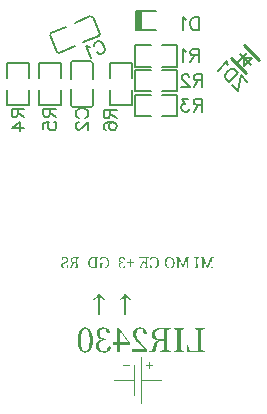
<source format=gbo>
G04 Layer: BottomSilkscreenLayer*
G04 EasyEDA v6.5.42, 2024-03-03 20:16:13*
G04 2dd346860b7e4ad097e02c02aa15ffe7,ed70181f279245e6aff80281ee7dc86a,10*
G04 Gerber Generator version 0.2*
G04 Scale: 100 percent, Rotated: No, Reflected: No *
G04 Dimensions in millimeters *
G04 leading zeros omitted , absolute positions ,4 integer and 5 decimal *
%FSLAX45Y45*%
%MOMM*%

%ADD10C,0.1524*%
%ADD11C,0.2540*%
%ADD12C,0.2000*%

%LPD*%
G36*
X3628593Y2880309D02*
G01*
X3625900Y2879648D01*
X3624376Y2876854D01*
X3624427Y2482342D01*
X3626104Y2480310D01*
X3630117Y2480310D01*
X3632454Y2481783D01*
X3632809Y2676144D01*
X3634740Y2677363D01*
X3792931Y2677414D01*
X3795115Y2678785D01*
X3795115Y2683560D01*
X3793236Y2685389D01*
X3632809Y2685796D01*
X3632809Y2875889D01*
X3631387Y2879699D01*
G37*
G36*
X3692804Y2841345D02*
G01*
X3690518Y2840634D01*
X3688587Y2838297D01*
X3688587Y2814218D01*
X3665575Y2813761D01*
X3663391Y2810764D01*
X3663391Y2807563D01*
X3665220Y2805734D01*
X3686200Y2805734D01*
X3688587Y2803347D01*
X3688587Y2782366D01*
X3690467Y2780538D01*
X3694328Y2780538D01*
X3696665Y2782011D01*
X3697122Y2804566D01*
X3698951Y2805684D01*
X3721862Y2805734D01*
X3724046Y2807106D01*
X3724046Y2811881D01*
X3722166Y2813761D01*
X3697020Y2814218D01*
X3697020Y2836926D01*
X3695598Y2840736D01*
G37*
G36*
X3523132Y2814066D02*
G01*
X3470656Y2813761D01*
X3468471Y2810764D01*
X3468471Y2807563D01*
X3470300Y2805734D01*
X3524656Y2805734D01*
X3526536Y2806954D01*
X3526790Y2809900D01*
X3526586Y2812643D01*
G37*
G36*
X3562096Y2813913D02*
G01*
X3559810Y2813151D01*
X3557930Y2810764D01*
X3557930Y2685796D01*
X3397300Y2685389D01*
X3395116Y2682443D01*
X3395116Y2679242D01*
X3396945Y2677363D01*
X3555492Y2677363D01*
X3557930Y2674975D01*
X3557930Y2548585D01*
X3559759Y2546756D01*
X3563620Y2546756D01*
X3565956Y2548229D01*
X3566363Y2807614D01*
X3565448Y2812694D01*
G37*
G36*
X3610356Y3130042D02*
G01*
X3603244Y3129788D01*
X3596589Y3129026D01*
X3590442Y3127756D01*
X3584803Y3126028D01*
X3579672Y3123895D01*
X3574948Y3121304D01*
X3570782Y3118256D01*
X3567023Y3114852D01*
X3563721Y3111093D01*
X3560927Y3106928D01*
X3558540Y3102457D01*
X3556609Y3097682D01*
X3555085Y3092602D01*
X3554069Y3087217D01*
X3553409Y3081578D01*
X3553206Y3075686D01*
X3553307Y3071774D01*
X3554323Y3064154D01*
X3555187Y3060395D01*
X3557828Y3052826D01*
X3561689Y3045053D01*
X3566820Y3036824D01*
X3573272Y3027984D01*
X3581247Y3018282D01*
X3590747Y3007512D01*
X3601821Y2995472D01*
X3650742Y2944622D01*
X3544570Y2944622D01*
X3544570Y2921000D01*
X3670300Y2921000D01*
X3670300Y2940050D01*
X3634486Y2980537D01*
X3618636Y2998876D01*
X3608882Y3010712D01*
X3600602Y3021736D01*
X3593744Y3032048D01*
X3590848Y3037027D01*
X3588308Y3041904D01*
X3586124Y3046679D01*
X3582771Y3056026D01*
X3581603Y3060649D01*
X3580790Y3065221D01*
X3580282Y3069793D01*
X3580129Y3074416D01*
X3580434Y3080766D01*
X3581298Y3086760D01*
X3582771Y3092297D01*
X3584752Y3097377D01*
X3587242Y3102000D01*
X3590239Y3106064D01*
X3593693Y3109620D01*
X3597605Y3112566D01*
X3601974Y3114954D01*
X3606749Y3116681D01*
X3611930Y3117748D01*
X3617468Y3118104D01*
X3625037Y3117545D01*
X3633978Y3116072D01*
X3640074Y3093720D01*
X3643223Y3084728D01*
X3647033Y3078734D01*
X3651554Y3075432D01*
X3656837Y3074416D01*
X3661511Y3075076D01*
X3665677Y3076905D01*
X3669131Y3079902D01*
X3671824Y3083814D01*
X3670757Y3089402D01*
X3669182Y3094634D01*
X3667150Y3099511D01*
X3664661Y3103981D01*
X3661816Y3108147D01*
X3658514Y3111957D01*
X3654856Y3115360D01*
X3650894Y3118459D01*
X3646627Y3121152D01*
X3642055Y3123539D01*
X3637229Y3125520D01*
X3632200Y3127146D01*
X3626967Y3128416D01*
X3621582Y3129330D01*
X3616045Y3129838D01*
G37*
G36*
X3302508Y3130042D02*
G01*
X3296005Y3129788D01*
X3289808Y3129127D01*
X3283965Y3128010D01*
X3278479Y3126435D01*
X3273298Y3124454D01*
X3268573Y3122117D01*
X3264204Y3119374D01*
X3260191Y3116275D01*
X3256686Y3112820D01*
X3253536Y3109010D01*
X3250844Y3104896D01*
X3248660Y3100476D01*
X3246882Y3095752D01*
X3245612Y3090773D01*
X3244850Y3085490D01*
X3244596Y3080004D01*
X3244900Y3074263D01*
X3245866Y3068726D01*
X3247390Y3063443D01*
X3249574Y3058363D01*
X3252368Y3053588D01*
X3255721Y3049066D01*
X3259632Y3044901D01*
X3264153Y3041040D01*
X3269234Y3037484D01*
X3274872Y3034334D01*
X3281070Y3031591D01*
X3287776Y3029204D01*
X3279648Y3027324D01*
X3272282Y3024886D01*
X3265627Y3021939D01*
X3259734Y3018434D01*
X3254552Y3014472D01*
X3250133Y3010052D01*
X3246374Y3005175D01*
X3243326Y2999892D01*
X3240989Y2994253D01*
X3239312Y2988208D01*
X3238296Y2981807D01*
X3237992Y2975102D01*
X3238296Y2968904D01*
X3239262Y2963011D01*
X3240836Y2957322D01*
X3242970Y2951886D01*
X3245662Y2946806D01*
X3248914Y2942031D01*
X3252673Y2937611D01*
X3256940Y2933598D01*
X3261715Y2929940D01*
X3266897Y2926689D01*
X3272536Y2923844D01*
X3278581Y2921508D01*
X3285032Y2919679D01*
X3291890Y2918307D01*
X3299053Y2917494D01*
X3306572Y2917190D01*
X3314039Y2917444D01*
X3321100Y2918256D01*
X3327806Y2919628D01*
X3334105Y2921558D01*
X3339896Y2924098D01*
X3345230Y2927248D01*
X3350056Y2931007D01*
X3354324Y2935427D01*
X3357981Y2940456D01*
X3361080Y2946146D01*
X3363518Y2952546D01*
X3365246Y2959608D01*
X3362451Y2963926D01*
X3358997Y2966923D01*
X3355035Y2968701D01*
X3350514Y2969260D01*
X3344316Y2968091D01*
X3339846Y2964484D01*
X3336493Y2958236D01*
X3328670Y2931160D01*
X3324148Y2930042D01*
X3319729Y2929331D01*
X3311144Y2928874D01*
X3304032Y2929280D01*
X3297478Y2930448D01*
X3291484Y2932328D01*
X3286048Y2934919D01*
X3281222Y2938119D01*
X3276955Y2941980D01*
X3273348Y2946400D01*
X3270351Y2951378D01*
X3268014Y2956864D01*
X3266287Y2962757D01*
X3265271Y2969107D01*
X3264915Y2975864D01*
X3265271Y2982772D01*
X3266236Y2989173D01*
X3267913Y2995066D01*
X3270250Y3000502D01*
X3273196Y3005328D01*
X3276854Y3009646D01*
X3281172Y3013354D01*
X3286099Y3016453D01*
X3291687Y3018891D01*
X3297936Y3020618D01*
X3304844Y3021736D01*
X3312414Y3022092D01*
X3326892Y3022092D01*
X3326892Y3035808D01*
X3314954Y3035808D01*
X3308299Y3036112D01*
X3302101Y3037078D01*
X3296412Y3038652D01*
X3291179Y3040837D01*
X3286455Y3043580D01*
X3282340Y3046933D01*
X3278733Y3050844D01*
X3275736Y3055315D01*
X3273399Y3060344D01*
X3271672Y3065881D01*
X3270605Y3071926D01*
X3270250Y3078480D01*
X3270554Y3084576D01*
X3271418Y3090214D01*
X3272790Y3095396D01*
X3274771Y3100019D01*
X3277260Y3104184D01*
X3280257Y3107842D01*
X3283762Y3110941D01*
X3287725Y3113481D01*
X3292195Y3115462D01*
X3297174Y3116935D01*
X3302508Y3117799D01*
X3308350Y3118104D01*
X3315157Y3117697D01*
X3323082Y3116326D01*
X3328162Y3098546D01*
X3330854Y3090265D01*
X3334308Y3084525D01*
X3339033Y3081121D01*
X3345434Y3080004D01*
X3349955Y3080562D01*
X3353866Y3082391D01*
X3357168Y3085693D01*
X3359658Y3090672D01*
X3357879Y3096971D01*
X3355441Y3102762D01*
X3352342Y3107944D01*
X3348634Y3112617D01*
X3344367Y3116732D01*
X3339541Y3120288D01*
X3334308Y3123234D01*
X3328619Y3125724D01*
X3322523Y3127603D01*
X3316122Y3128975D01*
X3309467Y3129788D01*
G37*
G36*
X3148076Y3130042D02*
G01*
X3144062Y3129889D01*
X3140100Y3129432D01*
X3136138Y3128670D01*
X3132277Y3127603D01*
X3128416Y3126181D01*
X3124657Y3124403D01*
X3120948Y3122269D01*
X3117392Y3119831D01*
X3113938Y3116986D01*
X3110585Y3113786D01*
X3107385Y3110230D01*
X3104337Y3106216D01*
X3101441Y3101848D01*
X3098749Y3097072D01*
X3096209Y3091891D01*
X3093923Y3086252D01*
X3091840Y3080156D01*
X3090011Y3073654D01*
X3088386Y3066745D01*
X3087065Y3059328D01*
X3085998Y3051403D01*
X3085236Y3043072D01*
X3084728Y3034233D01*
X3084576Y3024886D01*
X3111754Y3024886D01*
X3112262Y3045358D01*
X3112871Y3054451D01*
X3113735Y3062833D01*
X3114802Y3070453D01*
X3116072Y3077413D01*
X3117545Y3083661D01*
X3119221Y3089351D01*
X3120999Y3094380D01*
X3122980Y3098850D01*
X3125063Y3102762D01*
X3127298Y3106166D01*
X3129635Y3109061D01*
X3132074Y3111500D01*
X3134563Y3113481D01*
X3137154Y3115005D01*
X3139846Y3116173D01*
X3142538Y3116986D01*
X3145282Y3117443D01*
X3148076Y3117596D01*
X3150971Y3117443D01*
X3153867Y3116986D01*
X3156712Y3116173D01*
X3159506Y3115005D01*
X3162198Y3113481D01*
X3164840Y3111500D01*
X3167329Y3109061D01*
X3169767Y3106166D01*
X3172053Y3102762D01*
X3174187Y3098850D01*
X3176219Y3094380D01*
X3178048Y3089351D01*
X3179724Y3083661D01*
X3181248Y3077413D01*
X3182569Y3070453D01*
X3183636Y3062833D01*
X3184499Y3054451D01*
X3185160Y3045358D01*
X3185668Y3024886D01*
X3185160Y3003702D01*
X3184499Y2994253D01*
X3183636Y2985617D01*
X3182569Y2977743D01*
X3181248Y2970530D01*
X3179724Y2964027D01*
X3178048Y2958185D01*
X3176219Y2952953D01*
X3174187Y2948330D01*
X3172053Y2944266D01*
X3169767Y2940710D01*
X3167329Y2937713D01*
X3164840Y2935224D01*
X3162198Y2933141D01*
X3159506Y2931566D01*
X3156712Y2930347D01*
X3153867Y2929483D01*
X3150971Y2929026D01*
X3148076Y2928874D01*
X3145282Y2929026D01*
X3142538Y2929534D01*
X3139846Y2930347D01*
X3137154Y2931566D01*
X3134563Y2933192D01*
X3132074Y2935274D01*
X3129635Y2937764D01*
X3127298Y2940812D01*
X3125063Y2944317D01*
X3122980Y2948381D01*
X3120999Y2953054D01*
X3119221Y2958287D01*
X3117545Y2964129D01*
X3116072Y2970631D01*
X3114802Y2977845D01*
X3113735Y2985719D01*
X3112871Y2994355D01*
X3112262Y3003753D01*
X3111754Y3024886D01*
X3084576Y3024886D01*
X3084728Y3015284D01*
X3085236Y3006191D01*
X3085998Y2997555D01*
X3087065Y2989478D01*
X3088386Y2981858D01*
X3090011Y2974746D01*
X3091840Y2968040D01*
X3093923Y2961843D01*
X3096209Y2956102D01*
X3098749Y2950768D01*
X3101441Y2945892D01*
X3104337Y2941421D01*
X3107385Y2937357D01*
X3110585Y2933700D01*
X3113938Y2930448D01*
X3117392Y2927553D01*
X3120948Y2925064D01*
X3124657Y2922930D01*
X3128416Y2921101D01*
X3132277Y2919679D01*
X3136138Y2918561D01*
X3140100Y2917799D01*
X3144062Y2917342D01*
X3148076Y2917190D01*
X3152190Y2917342D01*
X3156305Y2917799D01*
X3160318Y2918561D01*
X3164332Y2919679D01*
X3168243Y2921101D01*
X3172104Y2922930D01*
X3175812Y2925064D01*
X3179470Y2927553D01*
X3182975Y2930448D01*
X3186379Y2933700D01*
X3189630Y2937357D01*
X3192729Y2941421D01*
X3195624Y2945892D01*
X3198368Y2950768D01*
X3200908Y2956102D01*
X3203194Y2961843D01*
X3205276Y2968040D01*
X3207156Y2974746D01*
X3208782Y2981858D01*
X3210102Y2989478D01*
X3211169Y2997555D01*
X3211931Y3006191D01*
X3212439Y3015284D01*
X3212592Y3024886D01*
X3212439Y3034233D01*
X3211931Y3043072D01*
X3211169Y3051403D01*
X3210102Y3059328D01*
X3208782Y3066745D01*
X3207156Y3073654D01*
X3205276Y3080156D01*
X3203194Y3086252D01*
X3200908Y3091891D01*
X3198368Y3097072D01*
X3195624Y3101848D01*
X3192729Y3106216D01*
X3189630Y3110230D01*
X3186379Y3113786D01*
X3182975Y3116986D01*
X3179470Y3119831D01*
X3175812Y3122269D01*
X3172104Y3124403D01*
X3168243Y3126181D01*
X3164332Y3127603D01*
X3160318Y3128670D01*
X3156305Y3129432D01*
X3152190Y3129889D01*
G37*
G36*
X3416046Y3128772D02*
G01*
X3416046Y3100070D01*
X3440684Y3100070D01*
X3508248Y3002534D01*
X3440684Y3002534D01*
X3440684Y3100070D01*
X3416046Y3100070D01*
X3416046Y3002534D01*
X3383787Y3002534D01*
X3383787Y2984754D01*
X3416046Y2984754D01*
X3416046Y2921000D01*
X3440684Y2921000D01*
X3440684Y2984754D01*
X3523742Y2984754D01*
X3523742Y2999486D01*
X3433064Y3128772D01*
G37*
G36*
X4074414Y3125724D02*
G01*
X4074414Y3115056D01*
X4103115Y3112008D01*
X4103573Y3064916D01*
X4103573Y2973781D01*
X4103115Y2934208D01*
X4032758Y2934208D01*
X4022598Y2978658D01*
X4006850Y2978658D01*
X4008882Y2921000D01*
X4160774Y2921000D01*
X4160774Y2931668D01*
X4132072Y2934716D01*
X4131665Y2968498D01*
X4131564Y3058109D01*
X4132072Y3112008D01*
X4160774Y3115056D01*
X4160774Y3125724D01*
G37*
G36*
X3898646Y3125724D02*
G01*
X3898646Y3115056D01*
X3927094Y3112008D01*
X3927500Y3078530D01*
X3927601Y2988818D01*
X3927094Y2934970D01*
X3898646Y2931668D01*
X3898646Y2921000D01*
X3984751Y2921000D01*
X3984751Y2931668D01*
X3956304Y2934716D01*
X3955694Y2968193D01*
X3955542Y3051251D01*
X3955745Y3085185D01*
X3956304Y3112008D01*
X3984751Y3115056D01*
X3984751Y3125724D01*
G37*
G36*
X3785362Y3125724D02*
G01*
X3776929Y3125470D01*
X3768902Y3124809D01*
X3761384Y3123692D01*
X3754374Y3122117D01*
X3747770Y3120085D01*
X3741724Y3117697D01*
X3736187Y3114852D01*
X3731209Y3111601D01*
X3726738Y3107944D01*
X3722827Y3103930D01*
X3719474Y3099511D01*
X3716731Y3094736D01*
X3714546Y3089605D01*
X3712972Y3084118D01*
X3712006Y3078276D01*
X3711714Y3072384D01*
X3740404Y3072384D01*
X3740708Y3078734D01*
X3741623Y3084626D01*
X3743198Y3090011D01*
X3745433Y3094837D01*
X3748278Y3099206D01*
X3751783Y3102965D01*
X3755948Y3106216D01*
X3760774Y3108909D01*
X3766312Y3111042D01*
X3772560Y3112566D01*
X3779520Y3113481D01*
X3787140Y3113786D01*
X3813556Y3113786D01*
X3814114Y3086557D01*
X3814318Y3028188D01*
X3789426Y3028188D01*
X3781602Y3028594D01*
X3774440Y3029712D01*
X3767937Y3031540D01*
X3762146Y3033979D01*
X3757066Y3037078D01*
X3752646Y3040786D01*
X3748887Y3044952D01*
X3745839Y3049625D01*
X3743451Y3054756D01*
X3741775Y3060293D01*
X3740759Y3066186D01*
X3740404Y3072384D01*
X3711714Y3072384D01*
X3712057Y3066237D01*
X3713175Y3060446D01*
X3715004Y3054858D01*
X3717544Y3049524D01*
X3720846Y3044444D01*
X3724859Y3039668D01*
X3729583Y3035300D01*
X3735070Y3031337D01*
X3741267Y3027832D01*
X3748227Y3024835D01*
X3755898Y3022396D01*
X3764279Y3020568D01*
X3757422Y3018637D01*
X3751376Y3015996D01*
X3746042Y3012592D01*
X3741318Y3008426D01*
X3737203Y3003296D01*
X3733596Y2997250D01*
X3730447Y2990138D01*
X3727704Y2981960D01*
X3713479Y2933954D01*
X3689604Y2931668D01*
X3689604Y2921000D01*
X3694379Y2919679D01*
X3699814Y2918714D01*
X3705961Y2918155D01*
X3712718Y2917952D01*
X3719372Y2918206D01*
X3725113Y2919018D01*
X3730040Y2920390D01*
X3734104Y2922371D01*
X3737457Y2925064D01*
X3740150Y2928467D01*
X3742232Y2932582D01*
X3743706Y2937510D01*
X3756406Y2986024D01*
X3758895Y2994456D01*
X3761892Y3001264D01*
X3765550Y3006598D01*
X3770020Y3010611D01*
X3775303Y3013405D01*
X3781704Y3015234D01*
X3789222Y3016199D01*
X3798062Y3016504D01*
X3814318Y3016504D01*
X3814216Y2974898D01*
X3813556Y2934970D01*
X3785108Y2931668D01*
X3785108Y2921000D01*
X3871214Y2921000D01*
X3871214Y2931668D01*
X3842765Y2934716D01*
X3842308Y2974949D01*
X3842308Y3064865D01*
X3842765Y3112008D01*
X3871214Y3115056D01*
X3871214Y3125724D01*
G37*
G36*
X3862832Y3727450D02*
G01*
X3857447Y3727094D01*
X3852214Y3726027D01*
X3847084Y3724249D01*
X3842258Y3721811D01*
X3837686Y3718712D01*
X3833520Y3714902D01*
X3829812Y3710482D01*
X3826611Y3705402D01*
X3824020Y3699713D01*
X3822039Y3693363D01*
X3820820Y3686454D01*
X3820414Y3678936D01*
X3834892Y3678936D01*
X3835298Y3687013D01*
X3836568Y3694785D01*
X3838651Y3701948D01*
X3841597Y3708349D01*
X3845509Y3713683D01*
X3850335Y3717798D01*
X3856075Y3720439D01*
X3862832Y3721354D01*
X3867454Y3720947D01*
X3871620Y3719728D01*
X3875379Y3717798D01*
X3878732Y3715207D01*
X3881628Y3712057D01*
X3884168Y3708349D01*
X3886301Y3704183D01*
X3888028Y3699662D01*
X3889349Y3694785D01*
X3890264Y3689654D01*
X3890822Y3684371D01*
X3891026Y3678936D01*
X3890822Y3673449D01*
X3890264Y3668115D01*
X3889349Y3662934D01*
X3888028Y3658057D01*
X3886301Y3653485D01*
X3884168Y3649319D01*
X3881628Y3645611D01*
X3878732Y3642410D01*
X3875379Y3639820D01*
X3871620Y3637889D01*
X3867454Y3636670D01*
X3862832Y3636264D01*
X3858209Y3636670D01*
X3854043Y3637889D01*
X3850335Y3639820D01*
X3847033Y3642410D01*
X3844086Y3645611D01*
X3841597Y3649319D01*
X3839514Y3653485D01*
X3837838Y3658057D01*
X3836568Y3662934D01*
X3835603Y3668115D01*
X3835095Y3673449D01*
X3834892Y3678936D01*
X3820414Y3678936D01*
X3820820Y3671519D01*
X3822039Y3664661D01*
X3823970Y3658362D01*
X3826560Y3652621D01*
X3829710Y3647541D01*
X3833418Y3643020D01*
X3837584Y3639159D01*
X3842105Y3635959D01*
X3846982Y3633470D01*
X3852113Y3631641D01*
X3857396Y3630523D01*
X3862832Y3630168D01*
X3868267Y3630523D01*
X3873550Y3631590D01*
X3878681Y3633317D01*
X3883558Y3635756D01*
X3888079Y3638854D01*
X3892245Y3642664D01*
X3895953Y3647084D01*
X3899103Y3652164D01*
X3901694Y3657904D01*
X3903624Y3664305D01*
X3904843Y3671315D01*
X3905250Y3678936D01*
X3904843Y3686251D01*
X3903624Y3693007D01*
X3901694Y3699256D01*
X3899103Y3704945D01*
X3895953Y3710025D01*
X3892245Y3714546D01*
X3888079Y3718407D01*
X3883558Y3721608D01*
X3878681Y3724097D01*
X3873550Y3725976D01*
X3868267Y3727094D01*
G37*
G36*
X3727450Y3727450D02*
G01*
X3721150Y3727145D01*
X3714496Y3726027D01*
X3707637Y3723894D01*
X3700779Y3720592D01*
X3700526Y3700272D01*
X3708146Y3700272D01*
X3711701Y3717798D01*
X3715258Y3719423D01*
X3718814Y3720541D01*
X3722370Y3721150D01*
X3725926Y3721354D01*
X3730599Y3721049D01*
X3735070Y3720134D01*
X3739337Y3718610D01*
X3743299Y3716528D01*
X3746906Y3713784D01*
X3750208Y3710533D01*
X3753104Y3706672D01*
X3755542Y3702253D01*
X3757523Y3697224D01*
X3758996Y3691686D01*
X3759911Y3685590D01*
X3760215Y3678936D01*
X3759911Y3672230D01*
X3759098Y3666083D01*
X3757726Y3660495D01*
X3755847Y3655466D01*
X3753510Y3650996D01*
X3750767Y3647135D01*
X3747566Y3643833D01*
X3744010Y3641140D01*
X3740048Y3639007D01*
X3735832Y3637483D01*
X3731260Y3636568D01*
X3726434Y3636264D01*
X3722420Y3636467D01*
X3718407Y3637076D01*
X3714445Y3638194D01*
X3710432Y3639820D01*
X3706876Y3657346D01*
X3699256Y3657346D01*
X3699510Y3636772D01*
X3706114Y3633825D01*
X3713022Y3631742D01*
X3720134Y3630574D01*
X3727450Y3630168D01*
X3734257Y3630574D01*
X3740658Y3631793D01*
X3746601Y3633724D01*
X3752138Y3636365D01*
X3757117Y3639718D01*
X3761536Y3643680D01*
X3765397Y3648252D01*
X3768648Y3653434D01*
X3771239Y3659124D01*
X3773119Y3665270D01*
X3774287Y3671874D01*
X3774694Y3678936D01*
X3774287Y3685794D01*
X3773068Y3692296D01*
X3771137Y3698392D01*
X3768496Y3704031D01*
X3765194Y3709162D01*
X3761282Y3713784D01*
X3756761Y3717747D01*
X3751783Y3721150D01*
X3746296Y3723843D01*
X3740404Y3725824D01*
X3734104Y3727043D01*
G37*
G36*
X3305556Y3727450D02*
G01*
X3297326Y3727043D01*
X3290062Y3725722D01*
X3283559Y3723589D01*
X3277615Y3720592D01*
X3277362Y3700018D01*
X3284982Y3700018D01*
X3288284Y3717290D01*
X3291941Y3719118D01*
X3295802Y3720388D01*
X3299764Y3721100D01*
X3304032Y3721354D01*
X3308908Y3721049D01*
X3313582Y3720084D01*
X3317900Y3718509D01*
X3321913Y3716324D01*
X3325571Y3713581D01*
X3328822Y3710228D01*
X3331667Y3706368D01*
X3334054Y3701897D01*
X3335985Y3696919D01*
X3337407Y3691432D01*
X3338271Y3685438D01*
X3338576Y3678936D01*
X3338322Y3672433D01*
X3337458Y3666439D01*
X3336137Y3660901D01*
X3334308Y3655923D01*
X3331972Y3651453D01*
X3329178Y3647490D01*
X3325926Y3644137D01*
X3322269Y3641344D01*
X3318205Y3639159D01*
X3313785Y3637534D01*
X3308959Y3636568D01*
X3303778Y3636264D01*
X3299714Y3636467D01*
X3295802Y3636975D01*
X3288029Y3639058D01*
X3288284Y3670554D01*
X3303015Y3671570D01*
X3303015Y3676396D01*
X3266948Y3676396D01*
X3266948Y3671570D01*
X3275329Y3671062D01*
X3275584Y3638296D01*
X3282797Y3634892D01*
X3290112Y3632352D01*
X3297732Y3630726D01*
X3305810Y3630168D01*
X3312617Y3630574D01*
X3318967Y3631793D01*
X3324961Y3633774D01*
X3330397Y3636467D01*
X3335375Y3639870D01*
X3339795Y3643884D01*
X3343605Y3648506D01*
X3346805Y3653637D01*
X3349396Y3659327D01*
X3351276Y3665423D01*
X3352393Y3671976D01*
X3352800Y3678936D01*
X3352393Y3685794D01*
X3351225Y3692296D01*
X3349345Y3698392D01*
X3346754Y3704031D01*
X3343503Y3709162D01*
X3339642Y3713784D01*
X3335223Y3717747D01*
X3330244Y3721150D01*
X3324707Y3723843D01*
X3318764Y3725824D01*
X3312363Y3727043D01*
G37*
G36*
X2973070Y3727450D02*
G01*
X2966415Y3726942D01*
X2960420Y3725468D01*
X2955036Y3723182D01*
X2950210Y3720084D01*
X2950972Y3701796D01*
X2958338Y3701796D01*
X2961894Y3718560D01*
X2964535Y3719829D01*
X2967177Y3720744D01*
X2970022Y3721201D01*
X2973070Y3721354D01*
X2980842Y3720337D01*
X2987040Y3717239D01*
X2991154Y3712159D01*
X2992628Y3705098D01*
X2991561Y3699052D01*
X2988462Y3694176D01*
X2983534Y3690213D01*
X2976880Y3687064D01*
X2964891Y3681984D01*
X2959506Y3679088D01*
X2955086Y3676040D01*
X2951632Y3672789D01*
X2949041Y3669233D01*
X2947263Y3665423D01*
X2946247Y3661206D01*
X2945892Y3656584D01*
X2946501Y3650691D01*
X2948279Y3645509D01*
X2951175Y3640988D01*
X2955036Y3637178D01*
X2959811Y3634181D01*
X2965399Y3631996D01*
X2971698Y3630625D01*
X2978658Y3630168D01*
X2986379Y3630726D01*
X2993644Y3632352D01*
X3000146Y3634689D01*
X3005582Y3637534D01*
X3004820Y3657092D01*
X2997708Y3657092D01*
X2994152Y3639820D01*
X2990799Y3638194D01*
X2987344Y3637076D01*
X2983636Y3636467D01*
X2979420Y3636264D01*
X2970276Y3637381D01*
X2963316Y3640734D01*
X2958896Y3646119D01*
X2957322Y3653536D01*
X2958287Y3659581D01*
X2961436Y3664305D01*
X2966872Y3668318D01*
X2974848Y3672078D01*
X2985109Y3676396D01*
X2989783Y3678986D01*
X2993948Y3681831D01*
X2997403Y3684981D01*
X3000248Y3688537D01*
X3002330Y3692499D01*
X3003600Y3696919D01*
X3004058Y3701796D01*
X3003448Y3707587D01*
X3001670Y3712667D01*
X2998876Y3717036D01*
X2995117Y3720693D01*
X2990596Y3723640D01*
X2985312Y3725722D01*
X2979420Y3726992D01*
G37*
G36*
X3459734Y3727196D02*
G01*
X3453942Y3726789D01*
X3448761Y3725570D01*
X3444240Y3723589D01*
X3440429Y3720896D01*
X3437382Y3717594D01*
X3435146Y3713683D01*
X3433775Y3709263D01*
X3433318Y3704336D01*
X3434638Y3696919D01*
X3438448Y3690416D01*
X3444697Y3685082D01*
X3453129Y3681222D01*
X3447694Y3679901D01*
X3443071Y3677970D01*
X3439160Y3675583D01*
X3436010Y3672636D01*
X3433572Y3669284D01*
X3431895Y3665524D01*
X3430879Y3661359D01*
X3430524Y3656837D01*
X3431082Y3651351D01*
X3432759Y3646271D01*
X3435451Y3641801D01*
X3439058Y3637940D01*
X3443579Y3634740D01*
X3448862Y3632403D01*
X3454857Y3630929D01*
X3461512Y3630422D01*
X3466541Y3630676D01*
X3471214Y3631539D01*
X3475431Y3632962D01*
X3479139Y3635044D01*
X3482289Y3637686D01*
X3484930Y3641039D01*
X3486861Y3645052D01*
X3488182Y3649726D01*
X3486912Y3651707D01*
X3485337Y3653028D01*
X3483559Y3653790D01*
X3481578Y3654044D01*
X3478784Y3653536D01*
X3476701Y3651961D01*
X3475177Y3649218D01*
X3471672Y3636772D01*
X3467506Y3635959D01*
X3463544Y3635756D01*
X3454704Y3637330D01*
X3448202Y3641750D01*
X3444138Y3648506D01*
X3442715Y3657092D01*
X3443071Y3661714D01*
X3444036Y3665829D01*
X3445713Y3669436D01*
X3448100Y3672484D01*
X3451098Y3674922D01*
X3454806Y3676700D01*
X3459226Y3677818D01*
X3464306Y3678174D01*
X3470910Y3678174D01*
X3470910Y3684270D01*
X3465322Y3684270D01*
X3456889Y3685590D01*
X3450488Y3689400D01*
X3446424Y3695496D01*
X3445001Y3703828D01*
X3446170Y3711600D01*
X3449523Y3717239D01*
X3454958Y3720693D01*
X3462274Y3721862D01*
X3465525Y3721658D01*
X3469132Y3720846D01*
X3472637Y3709162D01*
X3474212Y3706469D01*
X3476345Y3704844D01*
X3479292Y3704336D01*
X3481273Y3704590D01*
X3483051Y3705402D01*
X3484524Y3706926D01*
X3485642Y3709162D01*
X3482289Y3717137D01*
X3476498Y3722725D01*
X3468776Y3726078D01*
G37*
G36*
X4124706Y3725164D02*
G01*
X4124706Y3720337D01*
X4137660Y3719068D01*
X4137914Y3666185D01*
X4137660Y3638296D01*
X4124706Y3637026D01*
X4124706Y3632200D01*
X4162551Y3632200D01*
X4162551Y3637026D01*
X4150614Y3638296D01*
X4150106Y3712210D01*
X4181601Y3632200D01*
X4187444Y3632200D01*
X4219956Y3711956D01*
X4219194Y3682746D01*
X4219194Y3638804D01*
X4207256Y3637026D01*
X4207256Y3632200D01*
X4238244Y3632200D01*
X4238244Y3637026D01*
X4225798Y3638804D01*
X4225544Y3718814D01*
X4238244Y3720337D01*
X4238244Y3725164D01*
X4212844Y3725164D01*
X4181601Y3647948D01*
X4151376Y3725164D01*
G37*
G36*
X4072890Y3725164D02*
G01*
X4072890Y3720337D01*
X4085844Y3719068D01*
X4086098Y3666185D01*
X4085844Y3638550D01*
X4072890Y3637026D01*
X4072890Y3632200D01*
X4112006Y3632200D01*
X4112006Y3637026D01*
X4099051Y3638296D01*
X4098798Y3691432D01*
X4099051Y3719068D01*
X4112006Y3720337D01*
X4112006Y3725164D01*
G37*
G36*
X3915156Y3725164D02*
G01*
X3915156Y3720337D01*
X3928110Y3719068D01*
X3928364Y3666185D01*
X3928110Y3638296D01*
X3915410Y3637026D01*
X3915410Y3632200D01*
X3953256Y3632200D01*
X3953256Y3637026D01*
X3941064Y3638296D01*
X3940810Y3665728D01*
X3940810Y3712210D01*
X3972051Y3632200D01*
X3978148Y3632200D01*
X4010660Y3711956D01*
X4009898Y3682746D01*
X4009898Y3638804D01*
X3997706Y3637026D01*
X3997706Y3632200D01*
X4028948Y3632200D01*
X4028948Y3637026D01*
X4016248Y3638804D01*
X4016248Y3718814D01*
X4028948Y3720337D01*
X4028948Y3725164D01*
X4003548Y3725164D01*
X3972051Y3647948D01*
X3942079Y3725164D01*
G37*
G36*
X3603498Y3725164D02*
G01*
X3603498Y3720337D01*
X3616706Y3718814D01*
X3640328Y3690112D01*
X3611626Y3638296D01*
X3600704Y3637026D01*
X3600704Y3632200D01*
X3636518Y3632200D01*
X3636518Y3637026D01*
X3624834Y3638296D01*
X3647948Y3681222D01*
X3661664Y3664458D01*
X3661410Y3638550D01*
X3648456Y3637026D01*
X3648456Y3632200D01*
X3687318Y3632200D01*
X3687318Y3637026D01*
X3674364Y3638296D01*
X3674110Y3691432D01*
X3674364Y3719068D01*
X3687318Y3720337D01*
X3687318Y3725164D01*
X3648201Y3725164D01*
X3648201Y3720337D01*
X3661410Y3719068D01*
X3661664Y3672586D01*
X3624326Y3718560D01*
X3635501Y3720337D01*
X3635501Y3725164D01*
G37*
G36*
X3219196Y3725164D02*
G01*
X3212592Y3724808D01*
X3206394Y3723792D01*
X3200654Y3722115D01*
X3195370Y3719779D01*
X3190646Y3716782D01*
X3186379Y3713175D01*
X3182721Y3708908D01*
X3179673Y3704031D01*
X3177235Y3698595D01*
X3175457Y3692550D01*
X3174339Y3685895D01*
X3173984Y3678682D01*
X3188462Y3678682D01*
X3188716Y3685133D01*
X3189427Y3691077D01*
X3190646Y3696462D01*
X3192322Y3701338D01*
X3194456Y3705606D01*
X3197047Y3709365D01*
X3200095Y3712514D01*
X3203549Y3715156D01*
X3207410Y3717188D01*
X3211728Y3718661D01*
X3216402Y3719525D01*
X3221482Y3719829D01*
X3233420Y3719829D01*
X3233674Y3661918D01*
X3233420Y3637787D01*
X3222498Y3637787D01*
X3217164Y3638092D01*
X3212287Y3639058D01*
X3207867Y3640582D01*
X3203854Y3642664D01*
X3200298Y3645357D01*
X3197199Y3648608D01*
X3194558Y3652367D01*
X3192373Y3656685D01*
X3190697Y3661460D01*
X3189427Y3666744D01*
X3188716Y3672484D01*
X3188462Y3678682D01*
X3173984Y3678682D01*
X3174390Y3671519D01*
X3175609Y3664915D01*
X3177540Y3658870D01*
X3180232Y3653434D01*
X3183534Y3648557D01*
X3187496Y3644290D01*
X3192018Y3640632D01*
X3197047Y3637635D01*
X3202584Y3635298D01*
X3208578Y3633571D01*
X3214979Y3632555D01*
X3221736Y3632200D01*
X3259582Y3632200D01*
X3259582Y3637026D01*
X3246628Y3638296D01*
X3246424Y3657041D01*
X3246628Y3719068D01*
X3259582Y3720337D01*
X3259582Y3725164D01*
G37*
G36*
X3057144Y3725164D02*
G01*
X3049625Y3724757D01*
X3043021Y3723538D01*
X3037281Y3721557D01*
X3032455Y3718763D01*
X3028645Y3715308D01*
X3025902Y3711143D01*
X3024174Y3706266D01*
X3023641Y3701034D01*
X3036570Y3701034D01*
X3037840Y3709009D01*
X3041700Y3714902D01*
X3048355Y3718560D01*
X3057906Y3719829D01*
X3069844Y3719829D01*
X3070098Y3680968D01*
X3058922Y3680968D01*
X3049117Y3682492D01*
X3042107Y3686708D01*
X3037941Y3693058D01*
X3036570Y3701034D01*
X3023641Y3701034D01*
X3023971Y3696817D01*
X3025089Y3693007D01*
X3026968Y3689451D01*
X3029559Y3686149D01*
X3032912Y3683203D01*
X3037027Y3680764D01*
X3041853Y3678783D01*
X3047492Y3677412D01*
X3041599Y3675329D01*
X3037027Y3671874D01*
X3033471Y3666845D01*
X3030728Y3659886D01*
X3024378Y3638042D01*
X3013456Y3637026D01*
X3013456Y3632200D01*
X3018231Y3631285D01*
X3024124Y3630929D01*
X3029712Y3631387D01*
X3033776Y3632911D01*
X3036468Y3635654D01*
X3038094Y3639820D01*
X3043936Y3661664D01*
X3046425Y3668674D01*
X3050082Y3672941D01*
X3055366Y3675075D01*
X3062732Y3675634D01*
X3070098Y3675634D01*
X3069844Y3638550D01*
X3056890Y3637026D01*
X3056890Y3632200D01*
X3096006Y3632200D01*
X3096006Y3637026D01*
X3083052Y3638296D01*
X3082798Y3691432D01*
X3083052Y3719068D01*
X3096006Y3720337D01*
X3096006Y3725164D01*
G37*
G36*
X3527551Y3712464D02*
G01*
X3527551Y3681476D01*
X3498342Y3681476D01*
X3498342Y3674872D01*
X3527551Y3674872D01*
X3527551Y3643122D01*
X3534664Y3643122D01*
X3534664Y3674872D01*
X3563874Y3674872D01*
X3563874Y3681476D01*
X3534664Y3681476D01*
X3534664Y3712464D01*
G37*
G36*
X3486861Y3422904D02*
G01*
X3480663Y3413760D01*
X3473551Y3404514D01*
X3465779Y3395370D01*
X3457448Y3386531D01*
X3448761Y3378301D01*
X3439871Y3370834D01*
X3446475Y3359912D01*
X3456178Y3367786D01*
X3465474Y3376523D01*
X3473805Y3385464D01*
X3480765Y3393948D01*
X3480765Y3234944D01*
X3493211Y3234944D01*
X3493211Y3393948D01*
X3500221Y3385464D01*
X3508552Y3376523D01*
X3517849Y3367786D01*
X3527501Y3359912D01*
X3534105Y3370834D01*
X3525265Y3378301D01*
X3516579Y3386531D01*
X3508197Y3395370D01*
X3500374Y3404514D01*
X3493211Y3413760D01*
G37*
G36*
X3265678Y3422904D02*
G01*
X3259378Y3413760D01*
X3252165Y3404514D01*
X3244342Y3395370D01*
X3236010Y3386531D01*
X3227273Y3378301D01*
X3218434Y3370834D01*
X3225038Y3359912D01*
X3234740Y3367786D01*
X3243986Y3376523D01*
X3252368Y3385464D01*
X3259328Y3393948D01*
X3259328Y3234944D01*
X3271774Y3234944D01*
X3271774Y3393948D01*
X3278733Y3385464D01*
X3287115Y3376523D01*
X3296361Y3367786D01*
X3306064Y3359912D01*
X3312668Y3370834D01*
X3303828Y3378301D01*
X3295142Y3386531D01*
X3286810Y3395370D01*
X3278987Y3404514D01*
X3271875Y3413760D01*
G37*
D10*
X3092246Y4906924D02*
G01*
X3081832Y4912258D01*
X3071418Y4922672D01*
X3066338Y4932832D01*
X3066338Y4953660D01*
X3071418Y4964074D01*
X3081832Y4974488D01*
X3092246Y4979822D01*
X3107994Y4984902D01*
X3133902Y4984902D01*
X3149396Y4979822D01*
X3159810Y4974488D01*
X3170224Y4964074D01*
X3175304Y4953660D01*
X3175304Y4932832D01*
X3170224Y4922672D01*
X3159810Y4912258D01*
X3149396Y4906924D01*
X3092246Y4867554D02*
G01*
X3087166Y4867554D01*
X3076752Y4862220D01*
X3071418Y4857140D01*
X3066338Y4846726D01*
X3066338Y4825898D01*
X3071418Y4815484D01*
X3076752Y4810404D01*
X3087166Y4805070D01*
X3097580Y4805070D01*
X3107994Y4810404D01*
X3123488Y4820818D01*
X3175304Y4872634D01*
X3175304Y4799990D01*
X2794767Y4979997D02*
G01*
X2903870Y4979997D01*
X2794767Y4979997D02*
G01*
X2794767Y4933238D01*
X2799961Y4917653D01*
X2805158Y4912456D01*
X2815549Y4907262D01*
X2825940Y4907262D01*
X2836331Y4912456D01*
X2841525Y4917653D01*
X2846720Y4933238D01*
X2846720Y4979997D01*
X2846720Y4943629D02*
G01*
X2903870Y4907262D01*
X2794767Y4810625D02*
G01*
X2794767Y4862581D01*
X2841525Y4867775D01*
X2836331Y4862581D01*
X2831134Y4846993D01*
X2831134Y4831407D01*
X2836331Y4815822D01*
X2846720Y4805431D01*
X2862308Y4800234D01*
X2872699Y4800234D01*
X2888284Y4805431D01*
X2898675Y4815822D01*
X2903870Y4831407D01*
X2903870Y4846993D01*
X2898675Y4862581D01*
X2893481Y4867775D01*
X2883090Y4872972D01*
X4109996Y5755330D02*
G01*
X4109996Y5646364D01*
X4109996Y5755330D02*
G01*
X4073674Y5755330D01*
X4057926Y5750250D01*
X4047766Y5739836D01*
X4042432Y5729422D01*
X4037350Y5713674D01*
X4037352Y5687766D01*
X4042432Y5672272D01*
X4047766Y5661858D01*
X4057926Y5651444D01*
X4073674Y5646364D01*
X4109996Y5646364D01*
X4003062Y5734502D02*
G01*
X3992648Y5739836D01*
X3976900Y5755330D01*
X3976900Y5646364D01*
X4470151Y5262915D02*
G01*
X4444471Y5134495D01*
X4521520Y5211546D02*
G01*
X4470151Y5262915D01*
X4444471Y5134495D02*
G01*
X4393102Y5185864D01*
X4445909Y5287162D02*
G01*
X4368858Y5210111D01*
X4445909Y5287162D02*
G01*
X4420041Y5313022D01*
X4405495Y5320388D01*
X4390768Y5320388D01*
X4379810Y5316616D01*
X4364906Y5309250D01*
X4346587Y5290931D01*
X4339402Y5276204D01*
X4335627Y5265247D01*
X4335630Y5250520D01*
X4342991Y5235973D01*
X4368858Y5210111D01*
X4355386Y5348223D02*
G01*
X4351797Y5359364D01*
X4351794Y5381271D01*
X4274743Y5304223D01*
X3223275Y5511820D02*
G01*
X3224115Y5523494D01*
X3229632Y5537151D01*
X3237001Y5545795D01*
X3256170Y5553933D01*
X3267743Y5553323D01*
X3281398Y5547812D01*
X3290379Y5540303D01*
X3301207Y5527794D01*
X3311329Y5503946D01*
X3312708Y5487700D01*
X3311867Y5476029D01*
X3306348Y5462374D01*
X3298751Y5453628D01*
X3279576Y5445490D01*
X3268240Y5446199D01*
X3254585Y5451713D01*
X3245606Y5459216D01*
X3189729Y5503100D02*
G01*
X3178055Y5503938D01*
X3157740Y5512150D01*
X3200316Y5411845D01*
X4109991Y5485305D02*
G01*
X4109991Y5376339D01*
X4109991Y5485305D02*
G01*
X4063255Y5485305D01*
X4047761Y5480225D01*
X4042427Y5474891D01*
X4037347Y5464477D01*
X4037347Y5454063D01*
X4042427Y5443649D01*
X4047761Y5438569D01*
X4063255Y5433489D01*
X4109991Y5433489D01*
X4073669Y5433489D02*
G01*
X4037347Y5376339D01*
X4003057Y5464477D02*
G01*
X3992643Y5469811D01*
X3976895Y5485305D01*
X3976895Y5376339D01*
X4139813Y5273624D02*
G01*
X4139813Y5164658D01*
X4139813Y5273624D02*
G01*
X4093077Y5273624D01*
X4077583Y5268544D01*
X4072249Y5263210D01*
X4067169Y5252796D01*
X4067169Y5242382D01*
X4072249Y5231968D01*
X4077583Y5226888D01*
X4093077Y5221808D01*
X4139813Y5221808D01*
X4103491Y5221808D02*
G01*
X4067169Y5164658D01*
X4027545Y5247716D02*
G01*
X4027545Y5252796D01*
X4022465Y5263210D01*
X4017131Y5268544D01*
X4006717Y5273624D01*
X3986143Y5273624D01*
X3975729Y5268544D01*
X3970395Y5263210D01*
X3965315Y5252796D01*
X3965315Y5242382D01*
X3970395Y5231968D01*
X3980809Y5216474D01*
X4032879Y5164658D01*
X3959981Y5164658D01*
X4139986Y5065295D02*
G01*
X4139986Y4956329D01*
X4139986Y5065295D02*
G01*
X4093250Y5065295D01*
X4077756Y5060215D01*
X4072422Y5054881D01*
X4067342Y5044467D01*
X4067342Y5034053D01*
X4072422Y5023639D01*
X4077756Y5018559D01*
X4093250Y5013479D01*
X4139986Y5013479D01*
X4103664Y5013479D02*
G01*
X4067342Y4956329D01*
X4022638Y5065295D02*
G01*
X3965488Y5065295D01*
X3996476Y5023639D01*
X3980982Y5023639D01*
X3970568Y5018559D01*
X3965488Y5013479D01*
X3960154Y4997731D01*
X3960154Y4987317D01*
X3965488Y4971823D01*
X3975902Y4961409D01*
X3991396Y4956329D01*
X4006890Y4956329D01*
X4022638Y4961409D01*
X4027718Y4966489D01*
X4033052Y4976903D01*
X2524686Y4980002D02*
G01*
X2633652Y4980002D01*
X2524686Y4980002D02*
G01*
X2524686Y4933266D01*
X2529766Y4917772D01*
X2535100Y4912438D01*
X2545514Y4907358D01*
X2555928Y4907358D01*
X2566342Y4912438D01*
X2571422Y4917772D01*
X2576502Y4933266D01*
X2576502Y4980002D01*
X2576502Y4943680D02*
G01*
X2633652Y4907358D01*
X2524686Y4820998D02*
G01*
X2597330Y4873068D01*
X2597330Y4795090D01*
X2524686Y4820998D02*
G01*
X2633652Y4820998D01*
X3306333Y4974483D02*
G01*
X3415299Y4974483D01*
X3306333Y4974483D02*
G01*
X3306333Y4927747D01*
X3311413Y4912253D01*
X3316747Y4906919D01*
X3327161Y4901839D01*
X3337575Y4901839D01*
X3347989Y4906919D01*
X3353069Y4912253D01*
X3358149Y4927747D01*
X3358149Y4974483D01*
X3358149Y4938161D02*
G01*
X3415299Y4901839D01*
X3321827Y4805065D02*
G01*
X3311413Y4810399D01*
X3306333Y4825893D01*
X3306333Y4836307D01*
X3311413Y4851801D01*
X3327161Y4862215D01*
X3353069Y4867549D01*
X3378977Y4867549D01*
X3399805Y4862215D01*
X3410219Y4851801D01*
X3415299Y4836307D01*
X3415299Y4830973D01*
X3410219Y4815479D01*
X3399805Y4805065D01*
X3384311Y4799985D01*
X3378977Y4799985D01*
X3363483Y4805065D01*
X3353069Y4815479D01*
X3347989Y4830973D01*
X3347989Y4836307D01*
X3353069Y4851801D01*
X3363483Y4862215D01*
X3378977Y4867549D01*
G36*
X3575812Y5810046D02*
G01*
X3575812Y5649925D01*
X3626612Y5649925D01*
X3626612Y5810046D01*
G37*
X3210354Y5371109D02*
G01*
X3210354Y5230108D01*
X3029633Y5230108D02*
G01*
X3029633Y5371109D01*
X3044873Y5386349D02*
G01*
X3195114Y5386349D01*
X3210354Y5008869D02*
G01*
X3210354Y5149870D01*
X3029633Y5149870D02*
G01*
X3029633Y5008869D01*
X3044873Y4993629D02*
G01*
X3195114Y4993629D01*
X2941703Y5142369D02*
G01*
X2941703Y5013876D01*
X2758285Y5013876D01*
X2758285Y5142369D01*
X2941703Y5237609D02*
G01*
X2941703Y5366103D01*
X2758285Y5366103D01*
X2758285Y5237609D01*
X3575811Y5647367D02*
G01*
X3744173Y5647367D01*
X3575811Y5812609D02*
G01*
X3744173Y5812609D01*
X3575811Y5647367D02*
G01*
X3575811Y5812609D01*
D11*
X4379782Y5407058D02*
G01*
X4507062Y5279783D01*
X4494469Y5518647D02*
G01*
X4618652Y5394464D01*
D12*
X4491009Y5408970D02*
G01*
X4491012Y5340720D01*
X4559259Y5408968D01*
X4494603Y5408970D01*
X4442515Y5374845D02*
G01*
X4521545Y5453867D01*
X4456884Y5443095D02*
G01*
X4548484Y5351498D01*
D10*
X2857964Y5622399D02*
G01*
X2987756Y5677491D01*
X3058370Y5511137D02*
G01*
X2928579Y5456041D01*
X2908594Y5464116D02*
G01*
X2849890Y5602411D01*
X3191408Y5763935D02*
G01*
X3061616Y5708840D01*
X3132231Y5542485D02*
G01*
X3262022Y5597578D01*
X3270097Y5617565D02*
G01*
X3211393Y5755860D01*
X3797612Y5521698D02*
G01*
X3926105Y5521698D01*
X3926105Y5338279D01*
X3797612Y5338279D01*
X3702372Y5521698D02*
G01*
X3573879Y5521698D01*
X3573879Y5338279D01*
X3702372Y5338279D01*
X3797612Y5311698D02*
G01*
X3926105Y5311698D01*
X3926105Y5128280D01*
X3797612Y5128280D01*
X3702372Y5311698D02*
G01*
X3573879Y5311698D01*
X3573879Y5128280D01*
X3702372Y5128280D01*
X3797612Y5101699D02*
G01*
X3926105Y5101699D01*
X3926105Y4918280D01*
X3797612Y4918280D01*
X3702372Y5101699D02*
G01*
X3573879Y5101699D01*
X3573879Y4918280D01*
X3702372Y4918280D01*
X2671704Y5142369D02*
G01*
X2671704Y5013876D01*
X2488285Y5013876D01*
X2488285Y5142369D01*
X2671704Y5237609D02*
G01*
X2671704Y5366103D01*
X2488285Y5366103D01*
X2488285Y5237609D01*
X3358283Y5237609D02*
G01*
X3358283Y5366103D01*
X3541702Y5366103D01*
X3541702Y5237609D01*
X3358283Y5142369D02*
G01*
X3358283Y5013876D01*
X3541702Y5013876D01*
X3541702Y5142369D01*
G75*
G01*
X3029633Y5371109D02*
G02*
X3044873Y5386349I15240J0D01*
G75*
G01*
X3195114Y5386349D02*
G02*
X3210354Y5371109I0J-15240D01*
G75*
G01*
X3029633Y5008870D02*
G03*
X3044873Y4993630I15240J0D01*
G75*
G01*
X3195114Y4993630D02*
G03*
X3210354Y5008870I0J15240D01*
G75*
G01*
X2928579Y5456042D02*
G02*
X2908595Y5464117I-5955J14028D01*
G75*
G01*
X2849890Y5602412D02*
G02*
X2857965Y5622399I14027J5958D01*
G75*
G01*
X3262023Y5597578D02*
G03*
X3270098Y5617566I-5953J14030D01*
G75*
G01*
X3211393Y5755861D02*
G03*
X3191408Y5763936I-14029J-5953D01*
M02*

</source>
